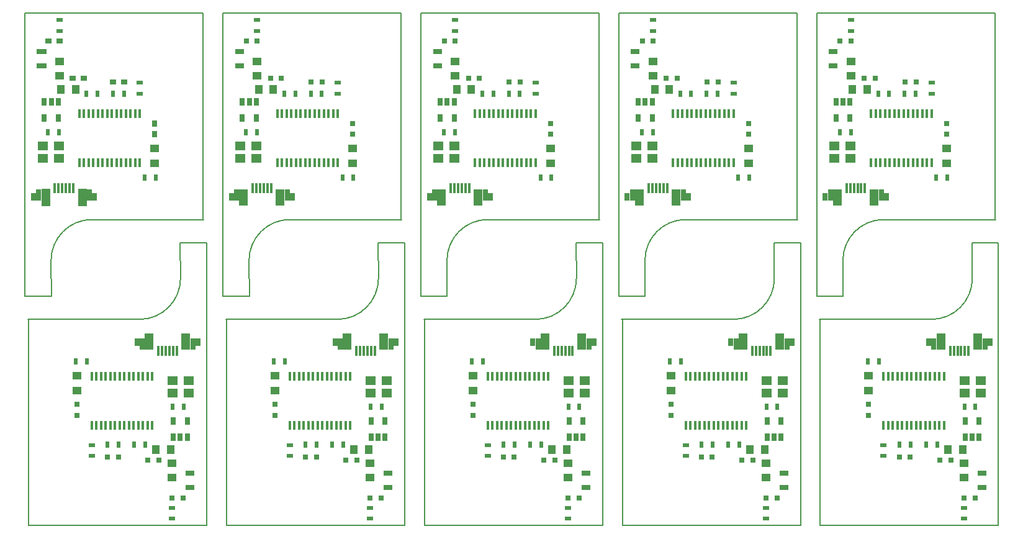
<source format=gtp>
%MOIN*%
%OFA0B0*%
%FSLAX46Y46*%
%IPPOS*%
%LPD*%
%AMREC1400*
4,1,3,
0.014763779527559053,0.015748031496062995,
-0.014763779527559058,0.015748031496062992,
-0.014763779527559053,-0.015748031496062995,
0.014763779527559058,-0.015748031496062992,
0*%
%AMREC1410*
4,1,3,
0.0098425196850393682,0.017716535433070869,
-0.0098425196850393734,0.017716535433070866,
-0.0098425196850393682,-0.017716535433070869,
0.0098425196850393734,-0.017716535433070866,
0*%
%AMREC1420*
4,1,3,
0.017716535433070866,0.0098425196850393734,
-0.017716535433070869,0.0098425196850393682,
-0.017716535433070866,-0.0098425196850393734,
0.017716535433070869,-0.0098425196850393682,
0*%
%AMREC1430*
4,1,3,
0.012795275590551181,0.020866141732283468,
-0.012795275590551184,0.020866141732283468,
-0.012795275590551181,-0.020866141732283468,
0.012795275590551184,-0.020866141732283468,
0*%
%AMREC1440*
4,1,3,
0.0059055118110236185,0.027559055118110236,
-0.0059055118110236254,0.027559055118110236,
-0.0059055118110236185,-0.027559055118110236,
0.0059055118110236254,-0.027559055118110236,
0*%
%AMREC1450*
4,1,3,
0.024606299212598423,0.0452755905511811,
-0.02460629921259843,0.0452755905511811,
-0.024606299212598423,-0.0452755905511811,
0.02460629921259843,-0.0452755905511811,
0*%
%AMREC1460*
4,1,3,
0.013779527559055114,0.031496062992125991,
-0.013779527559055123,0.031496062992125991,
-0.013779527559055114,-0.031496062992125991,
0.013779527559055123,-0.031496062992125991,
0*%
%AMREC1470*
4,1,3,
0.013779527559055116,0.021653543307086617,
-0.01377952755905512,0.021653543307086617,
-0.013779527559055116,-0.021653543307086617,
0.01377952755905512,-0.021653543307086617,
0*%
%AMREC1480*
4,1,3,
0.0059999999999999975,0.022500000000000003,
-0.0060000000000000036,0.022500000000000003,
-0.0059999999999999975,-0.022500000000000003,
0.0060000000000000036,-0.022500000000000003,
0*%
%AMREC1490*
4,1,3,
0.024606299212598423,0.019685039370078747,
-0.02460629921259843,0.01968503937007874,
-0.024606299212598423,-0.019685039370078747,
0.02460629921259843,-0.01968503937007874,
0*%
%AMREC1500*
4,1,3,
0.01968503937007874,0.02460629921259843,
-0.019685039370078747,0.024606299212598423,
-0.01968503937007874,-0.02460629921259843,
0.019685039370078747,-0.024606299212598423,
0*%
%AMREC1510*
4,1,3,
0.015748031496062992,0.014763779527559058,
-0.015748031496062995,0.014763779527559053,
-0.015748031496062992,-0.014763779527559058,
0.015748031496062995,-0.014763779527559053,
0*%
%AMREC1520*
4,1,3,
0.025590551181102365,0.01377952755905512,
-0.025590551181102365,0.013779527559055116,
-0.025590551181102365,-0.01377952755905512,
0.025590551181102365,-0.013779527559055116,
0*%
%AMREC1530*
4,1,3,
0.027559055118110232,0.023622047244094491,
-0.027559055118110239,0.023622047244094484,
-0.027559055118110232,-0.023622047244094491,
0.027559055118110239,-0.023622047244094484,
0*%
%ADD10C,0.0039370078740157488*%
%ADD11C,0.005905511811023622*%
%ADD12R,0.029527559055118113X0.031496062992125991*%
%ADD13R,0.01968503937007874X0.035433070866141732*%
%ADD14R,0.035433070866141732X0.01968503937007874*%
%ADD15R,0.025590551181102365X0.041732283464566935*%
%ADD16R,0.011811023622047244X0.055118110236220472*%
%ADD17R,0.049212598425196853X0.0905511811023622*%
%ADD18R,0.027559055118110236X0.062992125984251982*%
%ADD19R,0.027559055118110236X0.043307086614173235*%
%ADD20R,0.012000000000000002X0.045000000000000005*%
%ADD21R,0.049212598425196853X0.03937007874015748*%
%ADD22R,0.03937007874015748X0.049212598425196853*%
%ADD23R,0.031496062992125991X0.029527559055118113*%
%ADD24R,0.051181102362204731X0.027559055118110236*%
%ADD25R,0.055118110236220472X0.047244094488188976*%
%ADD36C,0.0039370078740157488*%
%ADD37C,0.005905511811023622*%
%ADD38R,0.029527559055118113X0.031496062992125991*%
%ADD39R,0.01968503937007874X0.035433070866141732*%
%ADD40R,0.035433070866141732X0.01968503937007874*%
%ADD41R,0.025590551181102365X0.041732283464566935*%
%ADD42R,0.011811023622047244X0.055118110236220472*%
%ADD43R,0.049212598425196853X0.0905511811023622*%
%ADD44R,0.027559055118110236X0.062992125984251982*%
%ADD45R,0.027559055118110236X0.043307086614173235*%
%ADD46R,0.012000000000000002X0.045000000000000005*%
%ADD47R,0.049212598425196853X0.03937007874015748*%
%ADD48R,0.03937007874015748X0.049212598425196853*%
%ADD49R,0.031496062992125991X0.029527559055118113*%
%ADD50R,0.051181102362204731X0.027559055118110236*%
%ADD51R,0.055118110236220472X0.047244094488188976*%
%ADD52C,0.0039370078740157488*%
%ADD53C,0.005905511811023622*%
%ADD54R,0.029527559055118113X0.031496062992125991*%
%ADD55R,0.01968503937007874X0.035433070866141732*%
%ADD56R,0.035433070866141732X0.01968503937007874*%
%ADD57R,0.025590551181102365X0.041732283464566935*%
%ADD58R,0.011811023622047244X0.055118110236220472*%
%ADD59R,0.049212598425196853X0.0905511811023622*%
%ADD60R,0.027559055118110236X0.062992125984251982*%
%ADD61R,0.027559055118110236X0.043307086614173235*%
%ADD62R,0.012000000000000002X0.045000000000000005*%
%ADD63R,0.049212598425196853X0.03937007874015748*%
%ADD64R,0.03937007874015748X0.049212598425196853*%
%ADD65R,0.031496062992125991X0.029527559055118113*%
%ADD66R,0.051181102362204731X0.027559055118110236*%
%ADD67R,0.055118110236220472X0.047244094488188976*%
%ADD68C,0.0039370078740157488*%
%ADD69C,0.005905511811023622*%
%AMCOMP191*
4,1,3,
0.014763779527559053,0.015748031496062995,
-0.014763779527559058,0.015748031496062992,
-0.014763779527559053,-0.015748031496062995,
0.014763779527559058,-0.015748031496062992,
0*%
%ADD70COMP191*%
%AMCOMP192*
4,1,3,
0.0098425196850393682,0.017716535433070869,
-0.0098425196850393734,0.017716535433070866,
-0.0098425196850393682,-0.017716535433070869,
0.0098425196850393734,-0.017716535433070866,
0*%
%ADD71COMP192*%
%AMCOMP193*
4,1,3,
0.017716535433070866,0.0098425196850393734,
-0.017716535433070869,0.0098425196850393682,
-0.017716535433070866,-0.0098425196850393734,
0.017716535433070869,-0.0098425196850393682,
0*%
%ADD72COMP193*%
%AMCOMP194*
4,1,3,
0.012795275590551181,0.020866141732283468,
-0.012795275590551184,0.020866141732283468,
-0.012795275590551181,-0.020866141732283468,
0.012795275590551184,-0.020866141732283468,
0*%
%ADD73COMP194*%
%AMCOMP195*
4,1,3,
0.0059055118110236185,0.027559055118110236,
-0.0059055118110236254,0.027559055118110236,
-0.0059055118110236185,-0.027559055118110236,
0.0059055118110236254,-0.027559055118110236,
0*%
%ADD74COMP195*%
%AMCOMP196*
4,1,3,
0.024606299212598423,0.0452755905511811,
-0.02460629921259843,0.0452755905511811,
-0.024606299212598423,-0.0452755905511811,
0.02460629921259843,-0.0452755905511811,
0*%
%ADD75COMP196*%
%AMCOMP197*
4,1,3,
0.013779527559055114,0.031496062992125991,
-0.013779527559055123,0.031496062992125991,
-0.013779527559055114,-0.031496062992125991,
0.013779527559055123,-0.031496062992125991,
0*%
%ADD76COMP197*%
%AMCOMP198*
4,1,3,
0.013779527559055116,0.021653543307086617,
-0.01377952755905512,0.021653543307086617,
-0.013779527559055116,-0.021653543307086617,
0.01377952755905512,-0.021653543307086617,
0*%
%ADD77COMP198*%
%AMCOMP199*
4,1,3,
0.0059999999999999975,0.022500000000000003,
-0.0060000000000000036,0.022500000000000003,
-0.0059999999999999975,-0.022500000000000003,
0.0060000000000000036,-0.022500000000000003,
0*%
%ADD78COMP199*%
%AMCOMP200*
4,1,3,
0.024606299212598423,0.019685039370078747,
-0.02460629921259843,0.01968503937007874,
-0.024606299212598423,-0.019685039370078747,
0.02460629921259843,-0.01968503937007874,
0*%
%ADD79COMP200*%
%AMCOMP201*
4,1,3,
0.01968503937007874,0.02460629921259843,
-0.019685039370078747,0.024606299212598423,
-0.01968503937007874,-0.02460629921259843,
0.019685039370078747,-0.024606299212598423,
0*%
%ADD80COMP201*%
%AMCOMP202*
4,1,3,
0.015748031496062992,0.014763779527559058,
-0.015748031496062995,0.014763779527559053,
-0.015748031496062992,-0.014763779527559058,
0.015748031496062995,-0.014763779527559053,
0*%
%ADD81COMP202*%
%AMCOMP203*
4,1,3,
0.025590551181102365,0.01377952755905512,
-0.025590551181102365,0.013779527559055116,
-0.025590551181102365,-0.01377952755905512,
0.025590551181102365,-0.013779527559055116,
0*%
%ADD82COMP203*%
%AMCOMP204*
4,1,3,
0.027559055118110232,0.023622047244094491,
-0.027559055118110239,0.023622047244094484,
-0.027559055118110232,-0.023622047244094491,
0.027559055118110239,-0.023622047244094484,
0*%
%ADD83COMP204*%
%ADD84C,0.0039370078740157488*%
%ADD85C,0.005905511811023622*%
%ADD86R,0.029527559055118113X0.031496062992125991*%
%ADD87R,0.01968503937007874X0.035433070866141732*%
%ADD88R,0.035433070866141732X0.01968503937007874*%
%ADD89R,0.025590551181102365X0.041732283464566935*%
%ADD90R,0.011811023622047244X0.055118110236220472*%
%ADD91R,0.049212598425196853X0.0905511811023622*%
%ADD92R,0.027559055118110236X0.062992125984251982*%
%ADD93R,0.027559055118110236X0.043307086614173235*%
%ADD94R,0.012000000000000002X0.045000000000000005*%
%ADD95R,0.049212598425196853X0.03937007874015748*%
%ADD96R,0.03937007874015748X0.049212598425196853*%
%ADD97R,0.031496062992125991X0.029527559055118113*%
%ADD98R,0.051181102362204731X0.027559055118110236*%
%ADD99R,0.055118110236220472X0.047244094488188976*%
%ADD100C,0.0039370078740157488*%
%ADD101C,0.005905511811023622*%
%ADD102R,0.029527559055118113X0.031496062992125991*%
%ADD103R,0.01968503937007874X0.035433070866141732*%
%ADD104R,0.035433070866141732X0.01968503937007874*%
%ADD105R,0.025590551181102365X0.041732283464566935*%
%ADD106R,0.011811023622047244X0.055118110236220472*%
%ADD107R,0.049212598425196853X0.0905511811023622*%
%ADD108R,0.027559055118110236X0.062992125984251982*%
%ADD109R,0.027559055118110236X0.043307086614173235*%
%ADD110R,0.012000000000000002X0.045000000000000005*%
%ADD111R,0.049212598425196853X0.03937007874015748*%
%ADD112R,0.03937007874015748X0.049212598425196853*%
%ADD113R,0.031496062992125991X0.029527559055118113*%
%ADD114R,0.051181102362204731X0.027559055118110236*%
%ADD115R,0.055118110236220472X0.047244094488188976*%
%ADD116C,0.0039370078740157488*%
%ADD117C,0.005905511811023622*%
%ADD118R,0.029527559055118113X0.031496062992125991*%
%ADD119R,0.01968503937007874X0.035433070866141732*%
%ADD120R,0.035433070866141732X0.01968503937007874*%
%ADD121R,0.025590551181102365X0.041732283464566935*%
%ADD122R,0.011811023622047244X0.055118110236220472*%
%ADD123R,0.049212598425196853X0.0905511811023622*%
%ADD124R,0.027559055118110236X0.062992125984251982*%
%ADD125R,0.027559055118110236X0.043307086614173235*%
%ADD126R,0.012000000000000002X0.045000000000000005*%
%ADD127R,0.049212598425196853X0.03937007874015748*%
%ADD128R,0.03937007874015748X0.049212598425196853*%
%ADD129R,0.031496062992125991X0.029527559055118113*%
%ADD130R,0.051181102362204731X0.027559055118110236*%
%ADD131R,0.055118110236220472X0.047244094488188976*%
%ADD132C,0.0039370078740157488*%
%ADD133C,0.005905511811023622*%
%ADD134R,0.029527559055118113X0.031496062992125991*%
%ADD135R,0.01968503937007874X0.035433070866141732*%
%ADD136R,0.035433070866141732X0.01968503937007874*%
%ADD137R,0.025590551181102365X0.041732283464566935*%
%ADD138R,0.011811023622047244X0.055118110236220472*%
%ADD139R,0.049212598425196853X0.0905511811023622*%
%ADD140R,0.027559055118110236X0.062992125984251982*%
%ADD141R,0.027559055118110236X0.043307086614173235*%
%ADD142R,0.012000000000000002X0.045000000000000005*%
%ADD143R,0.049212598425196853X0.03937007874015748*%
%ADD144R,0.03937007874015748X0.049212598425196853*%
%ADD145R,0.031496062992125991X0.029527559055118113*%
%ADD146R,0.051181102362204731X0.027559055118110236*%
%ADD147R,0.055118110236220472X0.047244094488188976*%
%ADD148C,0.0039370078740157488*%
%ADD149C,0.005905511811023622*%
%ADD150R,0.029527559055118113X0.031496062992125991*%
%ADD151R,0.01968503937007874X0.035433070866141732*%
%ADD152R,0.035433070866141732X0.01968503937007874*%
%ADD153R,0.025590551181102365X0.041732283464566935*%
%ADD154R,0.011811023622047244X0.055118110236220472*%
%ADD155R,0.049212598425196853X0.0905511811023622*%
%ADD156R,0.027559055118110236X0.062992125984251982*%
%ADD157R,0.027559055118110236X0.043307086614173235*%
%ADD158R,0.012000000000000002X0.045000000000000005*%
%ADD159R,0.049212598425196853X0.03937007874015748*%
%ADD160R,0.03937007874015748X0.049212598425196853*%
%ADD161R,0.031496062992125991X0.029527559055118113*%
%ADD162R,0.051181102362204731X0.027559055118110236*%
%ADD163R,0.055118110236220472X0.047244094488188976*%
%ADD164C,0.0039370078740157488*%
%ADD165C,0.005905511811023622*%
%ADD166R,0.029527559055118113X0.031496062992125991*%
%ADD167R,0.01968503937007874X0.035433070866141732*%
%ADD168R,0.035433070866141732X0.01968503937007874*%
%ADD169R,0.025590551181102365X0.041732283464566935*%
%ADD170R,0.011811023622047244X0.055118110236220472*%
%ADD171R,0.049212598425196853X0.0905511811023622*%
%ADD172R,0.027559055118110236X0.062992125984251982*%
%ADD173R,0.027559055118110236X0.043307086614173235*%
%ADD174R,0.012000000000000002X0.045000000000000005*%
%ADD175R,0.049212598425196853X0.03937007874015748*%
%ADD176R,0.03937007874015748X0.049212598425196853*%
%ADD177R,0.031496062992125991X0.029527559055118113*%
%ADD178R,0.051181102362204731X0.027559055118110236*%
%ADD179R,0.055118110236220472X0.047244094488188976*%
G01G01*
D10*
D11*
X0000914960Y0001346220D02*
G75*
G03G03X0001134960Y0001566220J0000220000D01X0001134960Y0001566220J0000220000D01*
G01G01*
X0000318527Y0000239031D02*
X0000318527Y0001343362D01*
X0001275220Y0000239031D02*
X0000318527Y0000239031D01*
X0001275220Y0001756748D02*
X0001275220Y0000239031D01*
X0001133488Y0001756748D02*
X0001275220Y0001756748D01*
X0001134960Y0001566220D02*
X0001133488Y0001756748D01*
X0000314960Y0001346220D02*
X0000914960Y0001346220D01*
D12*
X0000578488Y0000830265D03*
X0000578488Y0000889320D03*
D13*
X0001092149Y0000876826D03*
X0001151204Y0000876826D03*
X0000573960Y0001119792D03*
X0000633015Y0001119792D03*
D14*
X0000658488Y0000612765D03*
X0000658488Y0000671820D03*
D13*
X0000803015Y0000672292D03*
X0000743960Y0000672292D03*
X0000886460Y0000672292D03*
X0000945515Y0000672292D03*
D15*
X0001096086Y0000715409D03*
X0001133488Y0000715409D03*
X0001170889Y0000715409D03*
X0001170889Y0000802023D03*
X0001096086Y0000802023D03*
D16*
X0001114748Y0001178007D03*
X0001095062Y0001178007D03*
X0001075377Y0001178007D03*
X0001055692Y0001178007D03*
X0001036007Y0001178007D03*
X0001016322Y0001178007D03*
D17*
X0000967110Y0001227220D03*
D18*
X0000928724Y0001213440D03*
D19*
X0000901165Y0001223283D03*
D17*
X0001163960Y0001227220D03*
D18*
X0001202346Y0001213440D03*
D19*
X0001229905Y0001223283D03*
D20*
X0000983488Y0001039792D03*
X0000958488Y0001039792D03*
X0000933488Y0001039792D03*
X0000908488Y0001039792D03*
X0000883488Y0001039792D03*
X0000858488Y0001039792D03*
X0000833488Y0001039792D03*
X0000808488Y0001039792D03*
X0000783488Y0001039792D03*
X0000758488Y0001039792D03*
X0000733488Y0001039792D03*
X0000708488Y0001039792D03*
X0000683488Y0001039792D03*
X0000658488Y0001039792D03*
X0000658488Y0000777292D03*
X0000683488Y0000777292D03*
X0000708488Y0000777292D03*
X0000733488Y0000777292D03*
X0000758488Y0000777292D03*
X0000783488Y0000777292D03*
X0000808488Y0000777292D03*
X0000833488Y0000777292D03*
X0000858488Y0000777292D03*
X0000883488Y0000777292D03*
X0000908488Y0000777292D03*
X0000933488Y0000777292D03*
X0000958488Y0000777292D03*
X0000983488Y0000777292D03*
D21*
X0001090574Y0000496511D03*
X0001090574Y0000575251D03*
X0000578488Y0000965422D03*
X0000578488Y0001044162D03*
D22*
X0001003960Y0000648086D03*
X0001082700Y0000648086D03*
D23*
X0001019708Y0000589031D03*
X0000960653Y0000589031D03*
D24*
X0001186637Y0000445330D03*
X0001186637Y0000520133D03*
D23*
X0000801204Y0000606748D03*
X0000742149Y0000606748D03*
X0001149629Y0000388244D03*
X0001090574Y0000388244D03*
D14*
X0001090574Y0000335094D03*
X0001090574Y0000276039D03*
D25*
X0001093960Y0000950291D03*
X0001180574Y0000950291D03*
X0001180574Y0001017220D03*
X0001093960Y0001017220D03*
G04 next file*
G04 Gerber Fmt 4.6, Leading zero omitted, Abs format (unit mm)*
G04 Created by KiCad (PCBNEW 4.0.7) date Tuesday, 06 March 2018 'PMt' 15:17:41*
G01G01*
G04 APERTURE LIST*
G04 APERTURE END LIST*
D36*
D37*
X0001722834Y0001882125D02*
G75*
G03G03X0001502834Y0001662125J-0000220000D01X0001502834Y0001662125J-0000220000D01*
G01G01*
X0002319267Y0002989314D02*
X0002319267Y0001884984D01*
X0001362574Y0002989314D02*
X0002319267Y0002989314D01*
X0001362574Y0001471598D02*
X0001362574Y0002989314D01*
X0001504307Y0001471598D02*
X0001362574Y0001471598D01*
X0001502834Y0001662125D02*
X0001504307Y0001471598D01*
X0002322834Y0001882125D02*
X0001722834Y0001882125D01*
D38*
X0002059307Y0002398081D03*
X0002059307Y0002339026D03*
D39*
X0001545645Y0002351519D03*
X0001486590Y0002351519D03*
X0002063834Y0002108553D03*
X0002004779Y0002108553D03*
D40*
X0001979307Y0002615581D03*
X0001979307Y0002556526D03*
D39*
X0001834779Y0002556053D03*
X0001893834Y0002556053D03*
X0001751334Y0002556053D03*
X0001692279Y0002556053D03*
D41*
X0001541708Y0002512937D03*
X0001504307Y0002512937D03*
X0001466905Y0002512937D03*
X0001466905Y0002426322D03*
X0001541708Y0002426322D03*
D42*
X0001523047Y0002050338D03*
X0001542732Y0002050338D03*
X0001562417Y0002050338D03*
X0001582102Y0002050338D03*
X0001601787Y0002050338D03*
X0001621472Y0002050338D03*
D43*
X0001670685Y0002001125D03*
D44*
X0001709070Y0002014905D03*
D45*
X0001736629Y0002005062D03*
D43*
X0001473834Y0002001125D03*
D44*
X0001435448Y0002014905D03*
D45*
X0001407889Y0002005062D03*
D46*
X0001654307Y0002188553D03*
X0001679307Y0002188553D03*
X0001704307Y0002188553D03*
X0001729307Y0002188553D03*
X0001754307Y0002188553D03*
X0001779307Y0002188553D03*
X0001804307Y0002188553D03*
X0001829307Y0002188553D03*
X0001854307Y0002188553D03*
X0001879307Y0002188553D03*
X0001904307Y0002188553D03*
X0001929307Y0002188553D03*
X0001954307Y0002188553D03*
X0001979307Y0002188553D03*
X0001979307Y0002451053D03*
X0001954307Y0002451053D03*
X0001929307Y0002451053D03*
X0001904307Y0002451053D03*
X0001879307Y0002451053D03*
X0001854307Y0002451053D03*
X0001829307Y0002451053D03*
X0001804307Y0002451053D03*
X0001779307Y0002451053D03*
X0001754307Y0002451053D03*
X0001729307Y0002451053D03*
X0001704307Y0002451053D03*
X0001679307Y0002451053D03*
X0001654307Y0002451053D03*
D47*
X0001547220Y0002731834D03*
X0001547220Y0002653094D03*
X0002059307Y0002262923D03*
X0002059307Y0002184183D03*
D48*
X0001633834Y0002580259D03*
X0001555094Y0002580259D03*
D49*
X0001618086Y0002639314D03*
X0001677141Y0002639314D03*
D50*
X0001451157Y0002783015D03*
X0001451157Y0002708212D03*
D49*
X0001836590Y0002621598D03*
X0001895645Y0002621598D03*
X0001488165Y0002840102D03*
X0001547220Y0002840102D03*
D40*
X0001547220Y0002893251D03*
X0001547220Y0002952307D03*
D51*
X0001543834Y0002278055D03*
X0001457220Y0002278055D03*
X0001457220Y0002211125D03*
X0001543834Y0002211125D03*
G04 next file*
G04 Gerber Fmt 4.6, Leading zero omitted, Abs format (unit mm)*
G04 Created by KiCad (PCBNEW 4.0.7) date Tuesday, 06 March 2018 'PMt' 15:17:41*
G01G01*
G04 APERTURE LIST*
G04 APERTURE END LIST*
D52*
D53*
X0001977952Y0001346220D02*
G75*
G03G03X0002197952Y0001566220J0000220000D01X0002197952Y0001566220J0000220000D01*
G01G01*
X0001381519Y0000239031D02*
X0001381519Y0001343362D01*
X0002338212Y0000239031D02*
X0001381519Y0000239031D01*
X0002338212Y0001756748D02*
X0002338212Y0000239031D01*
X0002196480Y0001756748D02*
X0002338212Y0001756748D01*
X0002197952Y0001566220D02*
X0002196480Y0001756748D01*
X0001377952Y0001346220D02*
X0001977952Y0001346220D01*
D54*
X0001641480Y0000830265D03*
X0001641480Y0000889320D03*
D55*
X0002155141Y0000876826D03*
X0002214196Y0000876826D03*
X0001636952Y0001119792D03*
X0001696007Y0001119792D03*
D56*
X0001721480Y0000612765D03*
X0001721480Y0000671820D03*
D55*
X0001866007Y0000672292D03*
X0001806952Y0000672292D03*
X0001949452Y0000672292D03*
X0002008507Y0000672292D03*
D57*
X0002159078Y0000715409D03*
X0002196480Y0000715409D03*
X0002233881Y0000715409D03*
X0002233881Y0000802023D03*
X0002159078Y0000802023D03*
D58*
X0002177740Y0001178007D03*
X0002158055Y0001178007D03*
X0002138370Y0001178007D03*
X0002118685Y0001178007D03*
X0002099000Y0001178007D03*
X0002079314Y0001178007D03*
D59*
X0002030102Y0001227220D03*
D60*
X0001991716Y0001213440D03*
D61*
X0001964157Y0001223283D03*
D59*
X0002226952Y0001227220D03*
D60*
X0002265338Y0001213440D03*
D61*
X0002292897Y0001223283D03*
D62*
X0002046480Y0001039792D03*
X0002021480Y0001039792D03*
X0001996480Y0001039792D03*
X0001971480Y0001039792D03*
X0001946480Y0001039792D03*
X0001921480Y0001039792D03*
X0001896480Y0001039792D03*
X0001871480Y0001039792D03*
X0001846480Y0001039792D03*
X0001821480Y0001039792D03*
X0001796480Y0001039792D03*
X0001771480Y0001039792D03*
X0001746480Y0001039792D03*
X0001721480Y0001039792D03*
X0001721480Y0000777292D03*
X0001746480Y0000777292D03*
X0001771480Y0000777292D03*
X0001796480Y0000777292D03*
X0001821480Y0000777292D03*
X0001846480Y0000777292D03*
X0001871480Y0000777292D03*
X0001896480Y0000777292D03*
X0001921480Y0000777292D03*
X0001946480Y0000777292D03*
X0001971480Y0000777292D03*
X0001996480Y0000777292D03*
X0002021480Y0000777292D03*
X0002046480Y0000777292D03*
D63*
X0002153566Y0000496511D03*
X0002153566Y0000575251D03*
X0001641480Y0000965422D03*
X0001641480Y0001044162D03*
D64*
X0002066952Y0000648086D03*
X0002145692Y0000648086D03*
D65*
X0002082700Y0000589031D03*
X0002023645Y0000589031D03*
D66*
X0002249629Y0000445330D03*
X0002249629Y0000520133D03*
D65*
X0001864196Y0000606748D03*
X0001805141Y0000606748D03*
X0002212622Y0000388244D03*
X0002153566Y0000388244D03*
D56*
X0002153566Y0000335094D03*
X0002153566Y0000276039D03*
D67*
X0002156952Y0000950291D03*
X0002243566Y0000950291D03*
X0002243566Y0001017220D03*
X0002156952Y0001017220D03*
G04 next file*
G04 Gerber Fmt 4.6, Leading zero omitted, Abs format (unit mm)*
G04 Created by KiCad (PCBNEW 4.0.7) date Tuesday, 06 March 2018 'PMt' 15:17:41*
G01G01*
G04 APERTURE LIST*
G04 APERTURE END LIST*
D68*
D69*
X0000659842Y0001882125D02*
G75*
G03G03X0000439842Y0001662125J-0000220000D01X0000439842Y0001662125J-0000220000D01*
G01G01*
X0001256275Y0002989314D02*
X0001256275Y0001884984D01*
X0000299582Y0002989314D02*
X0001256275Y0002989314D01*
X0000299582Y0001471598D02*
X0000299582Y0002989314D01*
X0000441314Y0001471598D02*
X0000299582Y0001471598D01*
X0000439842Y0001662125D02*
X0000441314Y0001471598D01*
X0001259842Y0001882125D02*
X0000659842Y0001882125D01*
D70*
X0000996315Y0002398081D03*
X0000996315Y0002339026D03*
D71*
X0000482653Y0002351519D03*
X0000423598Y0002351519D03*
X0001000842Y0002108553D03*
X0000941787Y0002108553D03*
D72*
X0000916315Y0002615581D03*
X0000916315Y0002556526D03*
D71*
X0000771787Y0002556053D03*
X0000830842Y0002556053D03*
X0000688342Y0002556053D03*
X0000629287Y0002556053D03*
D73*
X0000478716Y0002512936D03*
X0000441314Y0002512936D03*
X0000403913Y0002512936D03*
X0000403913Y0002426322D03*
X0000478716Y0002426322D03*
D74*
X0000460055Y0002050338D03*
X0000479740Y0002050338D03*
X0000499425Y0002050338D03*
X0000519110Y0002050338D03*
X0000538795Y0002050338D03*
X0000558480Y0002050338D03*
D75*
X0000607692Y0002001125D03*
D76*
X0000646078Y0002014905D03*
D77*
X0000673637Y0002005062D03*
D75*
X0000410842Y0002001125D03*
D76*
X0000372456Y0002014905D03*
D77*
X0000344897Y0002005062D03*
D78*
X0000591315Y0002188553D03*
X0000616315Y0002188553D03*
X0000641315Y0002188553D03*
X0000666315Y0002188553D03*
X0000691315Y0002188553D03*
X0000716315Y0002188553D03*
X0000741315Y0002188553D03*
X0000766315Y0002188553D03*
X0000791315Y0002188553D03*
X0000816315Y0002188553D03*
X0000841315Y0002188553D03*
X0000866315Y0002188553D03*
X0000891315Y0002188553D03*
X0000916315Y0002188553D03*
X0000916315Y0002451053D03*
X0000891315Y0002451053D03*
X0000866315Y0002451053D03*
X0000841315Y0002451053D03*
X0000816315Y0002451053D03*
X0000791315Y0002451053D03*
X0000766315Y0002451053D03*
X0000741315Y0002451053D03*
X0000716315Y0002451053D03*
X0000691315Y0002451053D03*
X0000666315Y0002451053D03*
X0000641315Y0002451053D03*
X0000616315Y0002451053D03*
X0000591315Y0002451053D03*
D79*
X0000484228Y0002731834D03*
X0000484228Y0002653094D03*
X0000996315Y0002262923D03*
X0000996315Y0002184183D03*
D80*
X0000570842Y0002580259D03*
X0000492102Y0002580259D03*
D81*
X0000555094Y0002639314D03*
X0000614149Y0002639314D03*
D82*
X0000388165Y0002783015D03*
X0000388165Y0002708212D03*
D81*
X0000773598Y0002621598D03*
X0000832653Y0002621598D03*
X0000425173Y0002840102D03*
X0000484228Y0002840102D03*
D72*
X0000484228Y0002893251D03*
X0000484228Y0002952307D03*
D83*
X0000480842Y0002278055D03*
X0000394228Y0002278055D03*
X0000394228Y0002211125D03*
X0000480842Y0002211125D03*
G04 next file*
G04 Gerber Fmt 4.6, Leading zero omitted, Abs format (unit mm)*
G04 Created by KiCad (PCBNEW 4.0.7) date Tuesday, 06 March 2018 'PMt' 15:17:41*
G01G01*
G04 APERTURE LIST*
G04 APERTURE END LIST*
D84*
D85*
X0002785826Y0001882125D02*
G75*
G03G03X0002565826Y0001662125J-0000220000D01X0002565826Y0001662125J-0000220000D01*
G01G01*
X0003382259Y0002989314D02*
X0003382259Y0001884984D01*
X0002425566Y0002989314D02*
X0003382259Y0002989314D01*
X0002425566Y0001471598D02*
X0002425566Y0002989314D01*
X0002567299Y0001471598D02*
X0002425566Y0001471598D01*
X0002565826Y0001662125D02*
X0002567299Y0001471598D01*
X0003385826Y0001882125D02*
X0002785826Y0001882125D01*
D86*
X0003122299Y0002398081D03*
X0003122299Y0002339026D03*
D87*
X0002608637Y0002351519D03*
X0002549582Y0002351519D03*
X0003126826Y0002108553D03*
X0003067771Y0002108553D03*
D88*
X0003042299Y0002615581D03*
X0003042299Y0002556526D03*
D87*
X0002897771Y0002556053D03*
X0002956826Y0002556053D03*
X0002814326Y0002556053D03*
X0002755271Y0002556053D03*
D89*
X0002604700Y0002512937D03*
X0002567299Y0002512937D03*
X0002529897Y0002512937D03*
X0002529897Y0002426322D03*
X0002604700Y0002426322D03*
D90*
X0002586039Y0002050338D03*
X0002605724Y0002050338D03*
X0002625409Y0002050338D03*
X0002645094Y0002050338D03*
X0002664779Y0002050338D03*
X0002684464Y0002050338D03*
D91*
X0002733677Y0002001125D03*
D92*
X0002772062Y0002014905D03*
D93*
X0002799622Y0002005062D03*
D91*
X0002536826Y0002001125D03*
D92*
X0002498440Y0002014905D03*
D93*
X0002470881Y0002005062D03*
D94*
X0002717299Y0002188553D03*
X0002742299Y0002188553D03*
X0002767299Y0002188553D03*
X0002792299Y0002188553D03*
X0002817299Y0002188553D03*
X0002842299Y0002188553D03*
X0002867299Y0002188553D03*
X0002892299Y0002188553D03*
X0002917299Y0002188553D03*
X0002942299Y0002188553D03*
X0002967299Y0002188553D03*
X0002992299Y0002188553D03*
X0003017299Y0002188553D03*
X0003042299Y0002188553D03*
X0003042299Y0002451053D03*
X0003017299Y0002451053D03*
X0002992299Y0002451053D03*
X0002967299Y0002451053D03*
X0002942299Y0002451053D03*
X0002917299Y0002451053D03*
X0002892299Y0002451053D03*
X0002867299Y0002451053D03*
X0002842299Y0002451053D03*
X0002817299Y0002451053D03*
X0002792299Y0002451053D03*
X0002767299Y0002451053D03*
X0002742299Y0002451053D03*
X0002717299Y0002451053D03*
D95*
X0002610212Y0002731834D03*
X0002610212Y0002653094D03*
X0003122299Y0002262923D03*
X0003122299Y0002184183D03*
D96*
X0002696826Y0002580259D03*
X0002618086Y0002580259D03*
D97*
X0002681078Y0002639314D03*
X0002740133Y0002639314D03*
D98*
X0002514149Y0002783015D03*
X0002514149Y0002708212D03*
D97*
X0002899582Y0002621598D03*
X0002958637Y0002621598D03*
X0002551157Y0002840102D03*
X0002610212Y0002840102D03*
D88*
X0002610212Y0002893251D03*
X0002610212Y0002952307D03*
D99*
X0002606826Y0002278055D03*
X0002520212Y0002278055D03*
X0002520212Y0002211125D03*
X0002606826Y0002211125D03*
G04 next file*
G04 Gerber Fmt 4.6, Leading zero omitted, Abs format (unit mm)*
G04 Created by KiCad (PCBNEW 4.0.7) date Tuesday, 06 March 2018 'PMt' 15:17:41*
G01G01*
G04 APERTURE LIST*
G04 APERTURE END LIST*
D100*
D101*
X0003040944Y0001346220D02*
G75*
G03G03X0003260944Y0001566220J0000220000D01X0003260944Y0001566220J0000220000D01*
G01G01*
X0002444511Y0000239031D02*
X0002444511Y0001343362D01*
X0003401204Y0000239031D02*
X0002444511Y0000239031D01*
X0003401204Y0001756748D02*
X0003401204Y0000239031D01*
X0003259472Y0001756748D02*
X0003401204Y0001756748D01*
X0003260944Y0001566220D02*
X0003259472Y0001756748D01*
X0002440944Y0001346220D02*
X0003040944Y0001346220D01*
D102*
X0002704472Y0000830265D03*
X0002704472Y0000889320D03*
D103*
X0003218133Y0000876826D03*
X0003277188Y0000876826D03*
X0002699944Y0001119792D03*
X0002758999Y0001119792D03*
D104*
X0002784472Y0000612765D03*
X0002784472Y0000671820D03*
D103*
X0002928999Y0000672292D03*
X0002869944Y0000672292D03*
X0003012444Y0000672292D03*
X0003071499Y0000672292D03*
D105*
X0003222070Y0000715409D03*
X0003259472Y0000715409D03*
X0003296874Y0000715409D03*
X0003296874Y0000802023D03*
X0003222070Y0000802023D03*
D106*
X0003240732Y0001178007D03*
X0003221047Y0001178007D03*
X0003201362Y0001178007D03*
X0003181677Y0001178007D03*
X0003161992Y0001178007D03*
X0003142307Y0001178007D03*
D107*
X0003093094Y0001227220D03*
D108*
X0003054708Y0001213440D03*
D109*
X0003027149Y0001223283D03*
D107*
X0003289944Y0001227220D03*
D108*
X0003328330Y0001213440D03*
D109*
X0003355889Y0001223283D03*
D110*
X0003109472Y0001039792D03*
X0003084472Y0001039792D03*
X0003059472Y0001039792D03*
X0003034472Y0001039792D03*
X0003009472Y0001039792D03*
X0002984472Y0001039792D03*
X0002959472Y0001039792D03*
X0002934472Y0001039792D03*
X0002909472Y0001039792D03*
X0002884472Y0001039792D03*
X0002859472Y0001039792D03*
X0002834472Y0001039792D03*
X0002809472Y0001039792D03*
X0002784472Y0001039792D03*
X0002784472Y0000777292D03*
X0002809472Y0000777292D03*
X0002834472Y0000777292D03*
X0002859472Y0000777292D03*
X0002884472Y0000777292D03*
X0002909472Y0000777292D03*
X0002934472Y0000777292D03*
X0002959472Y0000777292D03*
X0002984472Y0000777292D03*
X0003009472Y0000777292D03*
X0003034472Y0000777292D03*
X0003059472Y0000777292D03*
X0003084472Y0000777292D03*
X0003109472Y0000777292D03*
D111*
X0003216559Y0000496511D03*
X0003216559Y0000575251D03*
X0002704472Y0000965422D03*
X0002704472Y0001044162D03*
D112*
X0003129944Y0000648086D03*
X0003208685Y0000648086D03*
D113*
X0003145692Y0000589031D03*
X0003086637Y0000589031D03*
D114*
X0003312622Y0000445330D03*
X0003312622Y0000520133D03*
D113*
X0002927188Y0000606748D03*
X0002868133Y0000606748D03*
X0003275614Y0000388244D03*
X0003216559Y0000388244D03*
D104*
X0003216559Y0000335094D03*
X0003216559Y0000276039D03*
D115*
X0003219944Y0000950291D03*
X0003306559Y0000950291D03*
X0003306559Y0001017220D03*
X0003219944Y0001017220D03*
G04 next file*
G04 Gerber Fmt 4.6, Leading zero omitted, Abs format (unit mm)*
G04 Created by KiCad (PCBNEW 4.0.7) date Tuesday, 06 March 2018 'PMt' 15:17:41*
G01G01*
G04 APERTURE LIST*
G04 APERTURE END LIST*
D116*
D117*
X0004103937Y0001346220D02*
G75*
G03G03X0004323937Y0001566220J0000220000D01X0004323937Y0001566220J0000220000D01*
G01G01*
X0003507503Y0000239031D02*
X0003507503Y0001343362D01*
X0004464196Y0000239031D02*
X0003507503Y0000239031D01*
X0004464196Y0001756748D02*
X0004464196Y0000239031D01*
X0004322464Y0001756748D02*
X0004464196Y0001756748D01*
X0004323937Y0001566220D02*
X0004322464Y0001756748D01*
X0003503937Y0001346220D02*
X0004103937Y0001346220D01*
D118*
X0003767464Y0000830265D03*
X0003767464Y0000889320D03*
D119*
X0004281125Y0000876826D03*
X0004340181Y0000876826D03*
X0003762936Y0001119792D03*
X0003821992Y0001119792D03*
D120*
X0003847464Y0000612765D03*
X0003847464Y0000671820D03*
D119*
X0003991992Y0000672292D03*
X0003932936Y0000672292D03*
X0004075436Y0000672292D03*
X0004134492Y0000672292D03*
D121*
X0004285062Y0000715409D03*
X0004322464Y0000715409D03*
X0004359866Y0000715409D03*
X0004359866Y0000802023D03*
X0004285062Y0000802023D03*
D122*
X0004303724Y0001178007D03*
X0004284039Y0001178007D03*
X0004264354Y0001178007D03*
X0004244669Y0001178007D03*
X0004224984Y0001178007D03*
X0004205299Y0001178007D03*
D123*
X0004156086Y0001227220D03*
D124*
X0004117700Y0001213440D03*
D125*
X0004090141Y0001223283D03*
D123*
X0004352937Y0001227220D03*
D124*
X0004391322Y0001213440D03*
D125*
X0004418881Y0001223283D03*
D126*
X0004172464Y0001039792D03*
X0004147464Y0001039792D03*
X0004122464Y0001039792D03*
X0004097464Y0001039792D03*
X0004072464Y0001039792D03*
X0004047464Y0001039792D03*
X0004022464Y0001039792D03*
X0003997464Y0001039792D03*
X0003972464Y0001039792D03*
X0003947464Y0001039792D03*
X0003922464Y0001039792D03*
X0003897464Y0001039792D03*
X0003872464Y0001039792D03*
X0003847464Y0001039792D03*
X0003847464Y0000777292D03*
X0003872464Y0000777292D03*
X0003897464Y0000777292D03*
X0003922464Y0000777292D03*
X0003947464Y0000777292D03*
X0003972464Y0000777292D03*
X0003997464Y0000777292D03*
X0004022464Y0000777292D03*
X0004047464Y0000777292D03*
X0004072464Y0000777292D03*
X0004097464Y0000777292D03*
X0004122464Y0000777292D03*
X0004147464Y0000777292D03*
X0004172464Y0000777292D03*
D127*
X0004279551Y0000496511D03*
X0004279551Y0000575251D03*
X0003767464Y0000965422D03*
X0003767464Y0001044162D03*
D128*
X0004192936Y0000648086D03*
X0004271677Y0000648086D03*
D129*
X0004208685Y0000589031D03*
X0004149629Y0000589031D03*
D130*
X0004375614Y0000445330D03*
X0004375614Y0000520133D03*
D129*
X0003990181Y0000606748D03*
X0003931125Y0000606748D03*
X0004338606Y0000388244D03*
X0004279551Y0000388244D03*
D120*
X0004279551Y0000335094D03*
X0004279551Y0000276039D03*
D131*
X0004282937Y0000950291D03*
X0004369551Y0000950291D03*
X0004369551Y0001017220D03*
X0004282937Y0001017220D03*
G04 next file*
G04 Gerber Fmt 4.6, Leading zero omitted, Abs format (unit mm)*
G04 Created by KiCad (PCBNEW 4.0.7) date Tuesday, 06 March 2018 'PMt' 15:17:41*
G01G01*
G04 APERTURE LIST*
G04 APERTURE END LIST*
D132*
D133*
X0003848818Y0001882125D02*
G75*
G03G03X0003628818Y0001662125J-0000220000D01X0003628818Y0001662125J-0000220000D01*
G01G01*
X0004445251Y0002989314D02*
X0004445251Y0001884984D01*
X0003488559Y0002989314D02*
X0004445251Y0002989314D01*
X0003488559Y0001471598D02*
X0003488559Y0002989314D01*
X0003630291Y0001471598D02*
X0003488559Y0001471598D01*
X0003628818Y0001662125D02*
X0003630291Y0001471598D01*
X0004448818Y0001882125D02*
X0003848818Y0001882125D01*
D134*
X0004185291Y0002398081D03*
X0004185291Y0002339026D03*
D135*
X0003671629Y0002351519D03*
X0003612574Y0002351519D03*
X0004189818Y0002108553D03*
X0004130763Y0002108553D03*
D136*
X0004105291Y0002615581D03*
X0004105291Y0002556526D03*
D135*
X0003960763Y0002556053D03*
X0004019818Y0002556053D03*
X0003877318Y0002556053D03*
X0003818263Y0002556053D03*
D137*
X0003667692Y0002512937D03*
X0003630291Y0002512937D03*
X0003592889Y0002512937D03*
X0003592889Y0002426322D03*
X0003667692Y0002426322D03*
D138*
X0003649031Y0002050338D03*
X0003668716Y0002050338D03*
X0003688401Y0002050338D03*
X0003708086Y0002050338D03*
X0003727771Y0002050338D03*
X0003747456Y0002050338D03*
D139*
X0003796669Y0002001125D03*
D140*
X0003835055Y0002014905D03*
D141*
X0003862614Y0002005062D03*
D139*
X0003599818Y0002001125D03*
D140*
X0003561433Y0002014905D03*
D141*
X0003533874Y0002005062D03*
D142*
X0003780291Y0002188553D03*
X0003805291Y0002188553D03*
X0003830291Y0002188553D03*
X0003855291Y0002188553D03*
X0003880291Y0002188553D03*
X0003905291Y0002188553D03*
X0003930291Y0002188553D03*
X0003955291Y0002188553D03*
X0003980291Y0002188553D03*
X0004005291Y0002188553D03*
X0004030291Y0002188553D03*
X0004055291Y0002188553D03*
X0004080291Y0002188553D03*
X0004105291Y0002188553D03*
X0004105291Y0002451053D03*
X0004080291Y0002451053D03*
X0004055291Y0002451053D03*
X0004030291Y0002451053D03*
X0004005291Y0002451053D03*
X0003980291Y0002451053D03*
X0003955291Y0002451053D03*
X0003930291Y0002451053D03*
X0003905291Y0002451053D03*
X0003880291Y0002451053D03*
X0003855291Y0002451053D03*
X0003830291Y0002451053D03*
X0003805291Y0002451053D03*
X0003780291Y0002451053D03*
D143*
X0003673204Y0002731834D03*
X0003673204Y0002653094D03*
X0004185291Y0002262923D03*
X0004185291Y0002184183D03*
D144*
X0003759818Y0002580259D03*
X0003681078Y0002580259D03*
D145*
X0003744070Y0002639314D03*
X0003803125Y0002639314D03*
D146*
X0003577141Y0002783015D03*
X0003577141Y0002708212D03*
D145*
X0003962574Y0002621598D03*
X0004021629Y0002621598D03*
X0003614149Y0002840102D03*
X0003673204Y0002840102D03*
D136*
X0003673204Y0002893251D03*
X0003673204Y0002952307D03*
D147*
X0003669818Y0002278055D03*
X0003583204Y0002278055D03*
X0003583204Y0002211125D03*
X0003669818Y0002211125D03*
G04 next file*
G04 Gerber Fmt 4.6, Leading zero omitted, Abs format (unit mm)*
G04 Created by KiCad (PCBNEW 4.0.7) date Tuesday, 06 March 2018 'PMt' 15:17:41*
G01G01*
G04 APERTURE LIST*
G04 APERTURE END LIST*
D148*
D149*
X0005166929Y0001346220D02*
G75*
G03G03X0005386929Y0001566220J0000220000D01X0005386929Y0001566220J0000220000D01*
G01G01*
X0004570496Y0000239031D02*
X0004570496Y0001343362D01*
X0005527188Y0000239031D02*
X0004570496Y0000239031D01*
X0005527188Y0001756748D02*
X0005527188Y0000239031D01*
X0005385456Y0001756748D02*
X0005527188Y0001756748D01*
X0005386929Y0001566220D02*
X0005385456Y0001756748D01*
X0004566929Y0001346220D02*
X0005166929Y0001346220D01*
D150*
X0004830456Y0000830265D03*
X0004830456Y0000889320D03*
D151*
X0005344118Y0000876826D03*
X0005403173Y0000876826D03*
X0004825929Y0001119792D03*
X0004884984Y0001119792D03*
D152*
X0004910456Y0000612765D03*
X0004910456Y0000671820D03*
D151*
X0005054984Y0000672292D03*
X0004995929Y0000672292D03*
X0005138429Y0000672292D03*
X0005197484Y0000672292D03*
D153*
X0005348055Y0000715409D03*
X0005385456Y0000715409D03*
X0005422858Y0000715409D03*
X0005422858Y0000802023D03*
X0005348055Y0000802023D03*
D154*
X0005366716Y0001178007D03*
X0005347031Y0001178007D03*
X0005327346Y0001178007D03*
X0005307661Y0001178007D03*
X0005287976Y0001178007D03*
X0005268291Y0001178007D03*
D155*
X0005219078Y0001227220D03*
D156*
X0005180692Y0001213440D03*
D157*
X0005153133Y0001223283D03*
D155*
X0005415929Y0001227220D03*
D156*
X0005454314Y0001213440D03*
D157*
X0005481874Y0001223283D03*
D158*
X0005235456Y0001039792D03*
X0005210456Y0001039792D03*
X0005185456Y0001039792D03*
X0005160456Y0001039792D03*
X0005135456Y0001039792D03*
X0005110456Y0001039792D03*
X0005085456Y0001039792D03*
X0005060456Y0001039792D03*
X0005035456Y0001039792D03*
X0005010456Y0001039792D03*
X0004985456Y0001039792D03*
X0004960456Y0001039792D03*
X0004935456Y0001039792D03*
X0004910456Y0001039792D03*
X0004910456Y0000777292D03*
X0004935456Y0000777292D03*
X0004960456Y0000777292D03*
X0004985456Y0000777292D03*
X0005010456Y0000777292D03*
X0005035456Y0000777292D03*
X0005060456Y0000777292D03*
X0005085456Y0000777292D03*
X0005110456Y0000777292D03*
X0005135456Y0000777292D03*
X0005160456Y0000777292D03*
X0005185456Y0000777292D03*
X0005210456Y0000777292D03*
X0005235456Y0000777292D03*
D159*
X0005342543Y0000496511D03*
X0005342543Y0000575251D03*
X0004830456Y0000965422D03*
X0004830456Y0001044162D03*
D160*
X0005255929Y0000648086D03*
X0005334669Y0000648086D03*
D161*
X0005271677Y0000589031D03*
X0005212622Y0000589031D03*
D162*
X0005438606Y0000445330D03*
X0005438606Y0000520133D03*
D161*
X0005053173Y0000606748D03*
X0004994118Y0000606748D03*
X0005401598Y0000388244D03*
X0005342543Y0000388244D03*
D152*
X0005342543Y0000335094D03*
X0005342543Y0000276039D03*
D163*
X0005345929Y0000950291D03*
X0005432543Y0000950291D03*
X0005432543Y0001017220D03*
X0005345929Y0001017220D03*
G04 next file*
G04 Gerber Fmt 4.6, Leading zero omitted, Abs format (unit mm)*
G04 Created by KiCad (PCBNEW 4.0.7) date Tuesday, 06 March 2018 'PMt' 15:17:41*
G01G01*
G04 APERTURE LIST*
G04 APERTURE END LIST*
D164*
D165*
X0004911810Y0001882125D02*
G75*
G03G03X0004691811Y0001662125J-0000220000D01X0004691811Y0001662125J-0000220000D01*
G01G01*
X0005508244Y0002989314D02*
X0005508244Y0001884984D01*
X0004551551Y0002989314D02*
X0005508244Y0002989314D01*
X0004551551Y0001471598D02*
X0004551551Y0002989314D01*
X0004693283Y0001471598D02*
X0004551551Y0001471598D01*
X0004691811Y0001662125D02*
X0004693283Y0001471598D01*
X0005511811Y0001882125D02*
X0004911810Y0001882125D01*
D166*
X0005248283Y0002398081D03*
X0005248283Y0002339026D03*
D167*
X0004734622Y0002351519D03*
X0004675566Y0002351519D03*
X0005252811Y0002108553D03*
X0005193755Y0002108553D03*
D168*
X0005168283Y0002615581D03*
X0005168283Y0002556526D03*
D167*
X0005023755Y0002556053D03*
X0005082811Y0002556053D03*
X0004940311Y0002556053D03*
X0004881255Y0002556053D03*
D169*
X0004730685Y0002512937D03*
X0004693283Y0002512937D03*
X0004655881Y0002512937D03*
X0004655881Y0002426322D03*
X0004730685Y0002426322D03*
D170*
X0004712023Y0002050338D03*
X0004731708Y0002050338D03*
X0004751393Y0002050338D03*
X0004771078Y0002050338D03*
X0004790763Y0002050338D03*
X0004810448Y0002050338D03*
D171*
X0004859661Y0002001125D03*
D172*
X0004898047Y0002014905D03*
D173*
X0004925606Y0002005062D03*
D171*
X0004662811Y0002001125D03*
D172*
X0004624425Y0002014905D03*
D173*
X0004596866Y0002005062D03*
D174*
X0004843283Y0002188553D03*
X0004868283Y0002188553D03*
X0004893283Y0002188553D03*
X0004918283Y0002188553D03*
X0004943283Y0002188553D03*
X0004968283Y0002188553D03*
X0004993283Y0002188553D03*
X0005018283Y0002188553D03*
X0005043283Y0002188553D03*
X0005068283Y0002188553D03*
X0005093283Y0002188553D03*
X0005118283Y0002188553D03*
X0005143283Y0002188553D03*
X0005168283Y0002188553D03*
X0005168283Y0002451053D03*
X0005143283Y0002451053D03*
X0005118283Y0002451053D03*
X0005093283Y0002451053D03*
X0005068283Y0002451053D03*
X0005043283Y0002451053D03*
X0005018283Y0002451053D03*
X0004993283Y0002451053D03*
X0004968283Y0002451053D03*
X0004943283Y0002451053D03*
X0004918283Y0002451053D03*
X0004893283Y0002451053D03*
X0004868283Y0002451053D03*
X0004843283Y0002451053D03*
D175*
X0004736196Y0002731834D03*
X0004736196Y0002653094D03*
X0005248283Y0002262923D03*
X0005248283Y0002184183D03*
D176*
X0004822811Y0002580259D03*
X0004744070Y0002580259D03*
D177*
X0004807062Y0002639314D03*
X0004866118Y0002639314D03*
D178*
X0004640133Y0002783015D03*
X0004640133Y0002708212D03*
D177*
X0005025566Y0002621598D03*
X0005084622Y0002621598D03*
X0004677141Y0002840102D03*
X0004736196Y0002840102D03*
D168*
X0004736196Y0002893251D03*
X0004736196Y0002952307D03*
D179*
X0004732811Y0002278055D03*
X0004646196Y0002278055D03*
X0004646196Y0002211125D03*
X0004732811Y0002211125D03*
M02*
</source>
